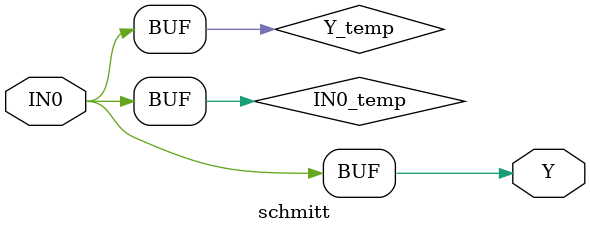
<source format=v>
module schmitt(IN0,Y);
  parameter
        d_IN0_r = 0,
        d_IN0_f = 0,
        d_Y_r = 1,
        d_Y_f = 1;
  input  IN0;
  output  Y;
  wire  IN0_temp;
  reg  Y_temp;
  assign #(d_IN0_r,d_IN0_f) IN0_temp = IN0;
  assign #(d_Y_r,d_Y_f) Y = Y_temp;
  always
    @(IN0_temp)
      Y_temp = IN0_temp;
endmodule

</source>
